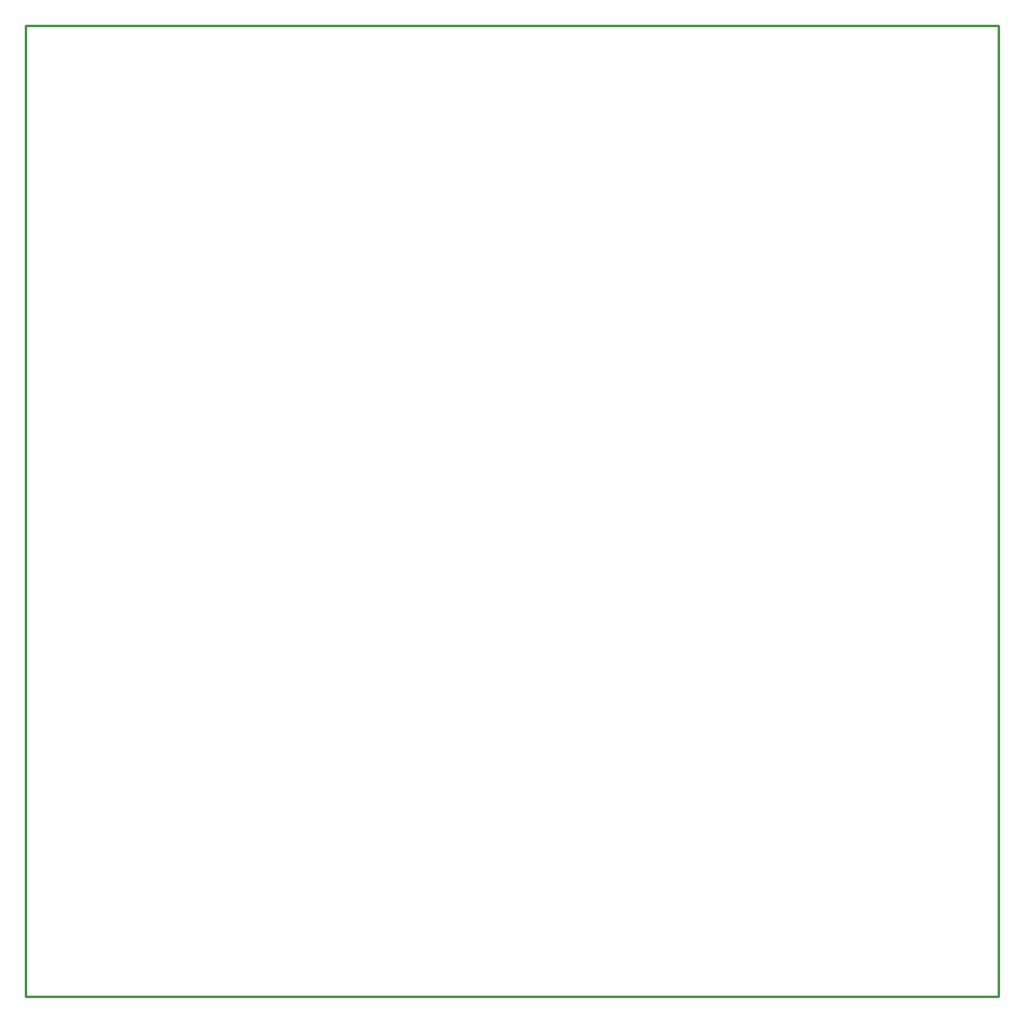
<source format=gko>
G04*
G04 #@! TF.GenerationSoftware,Altium Limited,Altium Designer,21.0.9 (235)*
G04*
G04 Layer_Color=16711935*
%FSLAX25Y25*%
%MOIN*%
G70*
G04*
G04 #@! TF.SameCoordinates,EF3E8415-0D1F-43D6-88A8-43D94B7D360D*
G04*
G04*
G04 #@! TF.FilePolarity,Positive*
G04*
G01*
G75*
%ADD17C,0.01000*%
D17*
X134000Y464500D02*
Y857200D01*
Y464500D02*
X527200D01*
Y857200D01*
X134000D02*
X527200D01*
M02*

</source>
